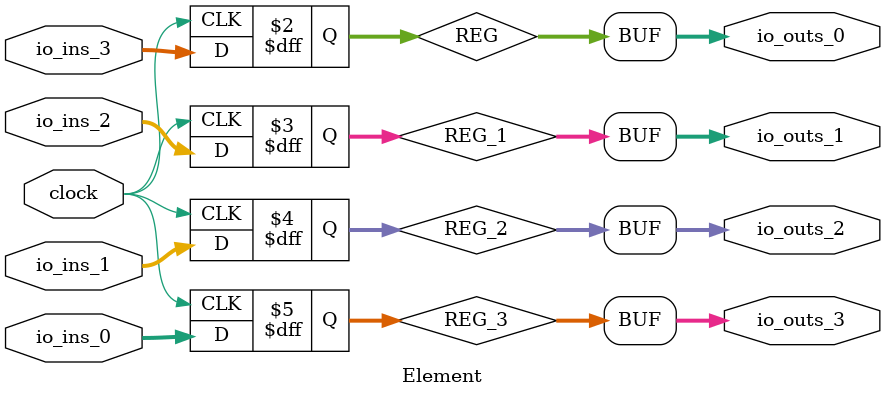
<source format=v>
module Element(
  input        clock,
  input  [7:0] io_ins_0,
  input  [7:0] io_ins_1,
  input  [7:0] io_ins_2,
  input  [7:0] io_ins_3,
  output [7:0] io_outs_0,
  output [7:0] io_outs_1,
  output [7:0] io_outs_2,
  output [7:0] io_outs_3
);
`ifdef RANDOMIZE_REG_INIT
  reg [31:0] _RAND_0;
  reg [31:0] _RAND_1;
  reg [31:0] _RAND_2;
  reg [31:0] _RAND_3;
`endif // RANDOMIZE_REG_INIT
  reg [7:0] REG; // @[MockArray.scala 40:42]
  reg [7:0] REG_1; // @[MockArray.scala 40:42]
  reg [7:0] REG_2; // @[MockArray.scala 40:42]
  reg [7:0] REG_3; // @[MockArray.scala 40:42]
  assign io_outs_0 = REG; // @[MockArray.scala 40:13]
  assign io_outs_1 = REG_1; // @[MockArray.scala 40:13]
  assign io_outs_2 = REG_2; // @[MockArray.scala 40:13]
  assign io_outs_3 = REG_3; // @[MockArray.scala 40:13]
  always @(posedge clock) begin
    REG <= io_ins_3; // @[MockArray.scala 40:42]
    REG_1 <= io_ins_2; // @[MockArray.scala 40:42]
    REG_2 <= io_ins_1; // @[MockArray.scala 40:42]
    REG_3 <= io_ins_0; // @[MockArray.scala 40:42]
  end
// Register and memory initialization
`ifdef RANDOMIZE_GARBAGE_ASSIGN
`define RANDOMIZE
`endif
`ifdef RANDOMIZE_INVALID_ASSIGN
`define RANDOMIZE
`endif
`ifdef RANDOMIZE_REG_INIT
`define RANDOMIZE
`endif
`ifdef RANDOMIZE_MEM_INIT
`define RANDOMIZE
`endif
`ifndef RANDOM
`define RANDOM $random
`endif
`ifdef RANDOMIZE_MEM_INIT
  integer initvar;
`endif
`ifndef SYNTHESIS
`ifdef FIRRTL_BEFORE_INITIAL
`FIRRTL_BEFORE_INITIAL
`endif
initial begin
  `ifdef RANDOMIZE
    `ifdef INIT_RANDOM
      `INIT_RANDOM
    `endif
    `ifndef VERILATOR
      `ifdef RANDOMIZE_DELAY
        #`RANDOMIZE_DELAY begin end
      `else
        #0.002 begin end
      `endif
    `endif
`ifdef RANDOMIZE_REG_INIT
  _RAND_0 = {1{`RANDOM}};
  REG = _RAND_0[7:0];
  _RAND_1 = {1{`RANDOM}};
  REG_1 = _RAND_1[7:0];
  _RAND_2 = {1{`RANDOM}};
  REG_2 = _RAND_2[7:0];
  _RAND_3 = {1{`RANDOM}};
  REG_3 = _RAND_3[7:0];
`endif // RANDOMIZE_REG_INIT
  `endif // RANDOMIZE
end // initial
`ifdef FIRRTL_AFTER_INITIAL
`FIRRTL_AFTER_INITIAL
`endif
`endif // SYNTHESIS
endmodule

</source>
